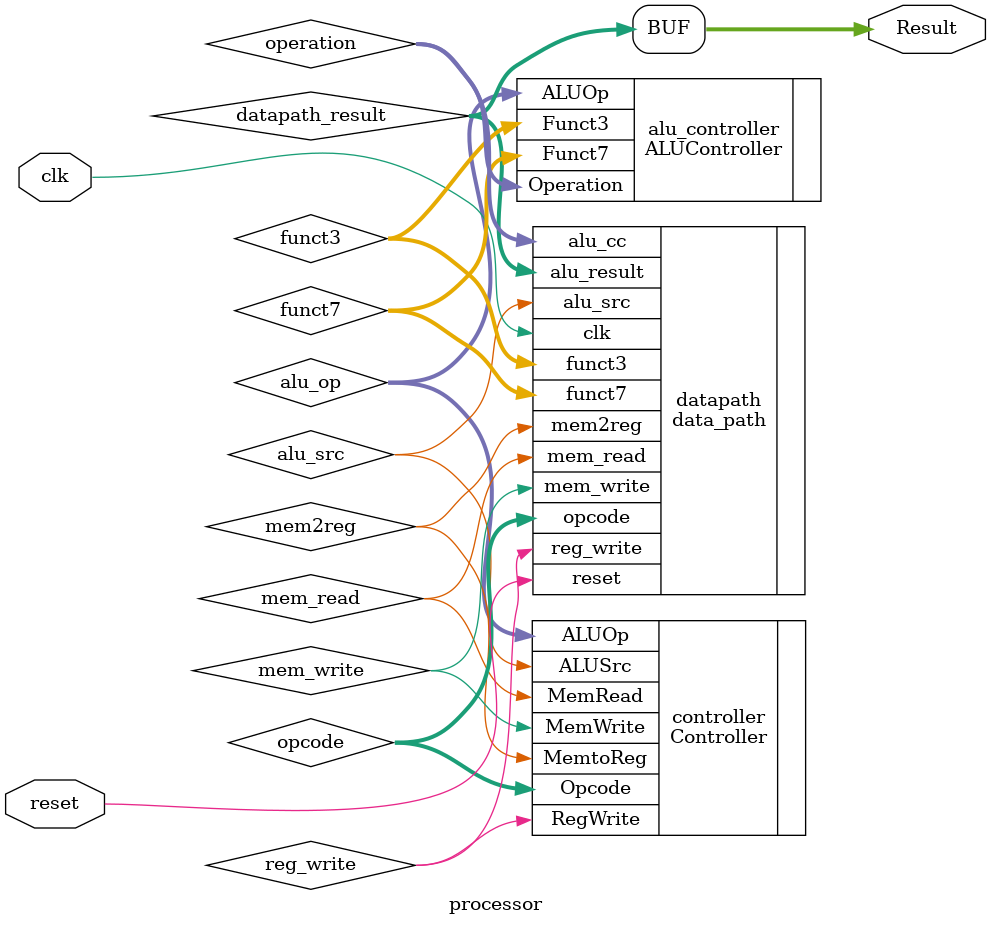
<source format=v>
`timescale 1ns / 1ps

module processor (
    input clk, reset,
    output [31:0] Result
);

    // Internal Wires
    wire alu_src, mem2reg, reg_write, mem_read, mem_write;      //1-bit
    wire [6:0] funct7, opcode;                                  //7-bits
    wire [2:0] funct3;                                          //3-bits
    wire [3:0] operation;                                       //4-bits
    wire [1:0] alu_op;                                          //2-bits
    wire [31:0] datapath_result;                                //32-bits
    
    assign Result = datapath_result;
    
    /**** Sub Module Instantiations ****/
    // Controller
    Controller controller (
        .Opcode(opcode),                    //7-bits
        .ALUSrc(alu_src),                   //1-bit
        .MemtoReg(mem2reg),                 //1-bit
        .RegWrite(reg_write),               //1-bit
        .MemRead(mem_read),                 //1-bit
        .MemWrite(mem_write),               //1-bit
        .ALUOp(alu_op)                      //2-bits
    );
    
    // ALU Controller
    ALUController alu_controller (
        .ALUOp(alu_op),             //2-bits
        .Funct7(funct7),            //7-bits
        .Funct3(funct3),            //3-bits
        .Operation(operation)       //4-bits
    );
    
    // Processor Datapath
    data_path datapath (
        .clk(clk),                          //1-bit
        .reset(reset),                      //1-bit
        .reg_write(reg_write),              //1-bit
        .mem2reg(mem2reg),                  //1-bit
        .alu_src(alu_src),                  //1-bit
        .mem_write(mem_write),              //1-bit
        .mem_read(mem_read),                //1-bit
        .alu_cc(operation),                 //4-bits
        .opcode(opcode),                    //7-bits
        .funct7(funct7),                    //7-bits
        .funct3(funct3),                    //3-bits
        .alu_result(datapath_result)        //32-bits
    );
    
endmodule   //processor
</source>
